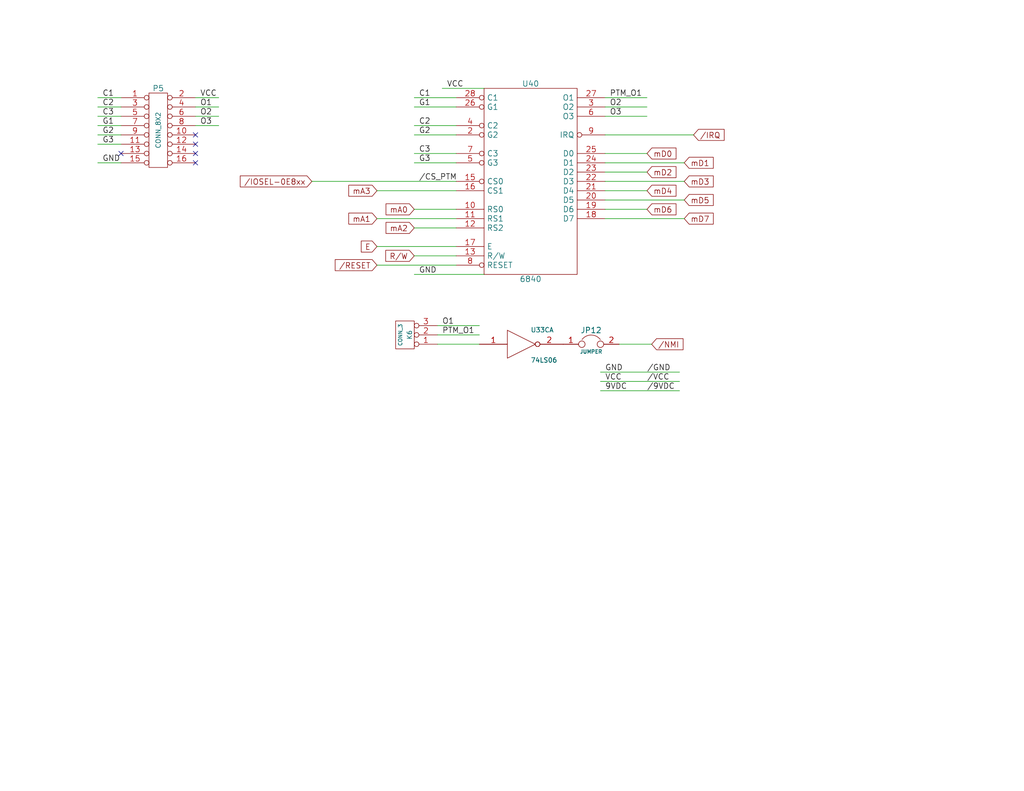
<source format=kicad_sch>
(kicad_sch
	(version 20231120)
	(generator "eeschema")
	(generator_version "8.0")
	(uuid "1f940a07-0919-4863-baa4-bb38668f133f")
	(paper "A")
	(title_block
		(title "6809 and 6502 ATX and 6U")
		(date "19 feb 2014")
		(rev "012")
		(company "N8VEM Users Group")
		(comment 1 "Licensed for hobbyist use only.  All other rights reserved.")
		(comment 2 "Copyright (c) 2013-2014  Andrew Lynch and John Coffman")
	)
	(lib_symbols
		(symbol "6x0x-6U-rescue:6840"
			(pin_names
				(offset 0.762)
			)
			(exclude_from_sim no)
			(in_bom yes)
			(on_board yes)
			(property "Reference" "U"
				(at 0 26.67 0)
				(effects
					(font
						(size 1.524 1.524)
					)
				)
			)
			(property "Value" "6840"
				(at 0 -26.67 0)
				(effects
					(font
						(size 1.524 1.524)
					)
				)
			)
			(property "Footprint" ""
				(at 0 0 0)
				(effects
					(font
						(size 1.27 1.27)
					)
					(hide yes)
				)
			)
			(property "Datasheet" ""
				(at 0 0 0)
				(effects
					(font
						(size 1.27 1.27)
					)
					(hide yes)
				)
			)
			(property "Description" ""
				(at 0 0 0)
				(effects
					(font
						(size 1.27 1.27)
					)
					(hide yes)
				)
			)
			(property "Field5" ""
				(at 0 0 0)
				(effects
					(font
						(size 1.27 1.27)
					)
					(hide yes)
				)
			)
			(symbol "6840_0_1"
				(rectangle
					(start -12.7 -25.4)
					(end 12.7 25.4)
					(stroke
						(width 0)
						(type solid)
					)
					(fill
						(type none)
					)
				)
			)
			(symbol "6840_1_1"
				(pin power_in line
					(at -12.7 -25.4 90)
					(length 0) hide
					(name "VSS"
						(effects
							(font
								(size 1.524 1.524)
							)
						)
					)
					(number "1"
						(effects
							(font
								(size 1.524 1.524)
							)
						)
					)
				)
				(pin input line
					(at -20.32 -7.62 0)
					(length 7.62)
					(name "RS0"
						(effects
							(font
								(size 1.524 1.524)
							)
						)
					)
					(number "10"
						(effects
							(font
								(size 1.524 1.524)
							)
						)
					)
				)
				(pin input line
					(at -20.32 -10.16 0)
					(length 7.62)
					(name "RS1"
						(effects
							(font
								(size 1.524 1.524)
							)
						)
					)
					(number "11"
						(effects
							(font
								(size 1.524 1.524)
							)
						)
					)
				)
				(pin input line
					(at -20.32 -12.7 0)
					(length 7.62)
					(name "RS2"
						(effects
							(font
								(size 1.524 1.524)
							)
						)
					)
					(number "12"
						(effects
							(font
								(size 1.524 1.524)
							)
						)
					)
				)
				(pin input line
					(at -20.32 -20.32 0)
					(length 7.62)
					(name "R/W"
						(effects
							(font
								(size 1.524 1.524)
							)
						)
					)
					(number "13"
						(effects
							(font
								(size 1.524 1.524)
							)
						)
					)
				)
				(pin power_in line
					(at -12.7 25.4 270)
					(length 0) hide
					(name "VCC"
						(effects
							(font
								(size 1.524 1.524)
							)
						)
					)
					(number "14"
						(effects
							(font
								(size 1.524 1.524)
							)
						)
					)
				)
				(pin input inverted
					(at -20.32 0 0)
					(length 7.62)
					(name "CS0"
						(effects
							(font
								(size 1.524 1.524)
							)
						)
					)
					(number "15"
						(effects
							(font
								(size 1.524 1.524)
							)
						)
					)
				)
				(pin input line
					(at -20.32 -2.54 0)
					(length 7.62)
					(name "CS1"
						(effects
							(font
								(size 1.524 1.524)
							)
						)
					)
					(number "16"
						(effects
							(font
								(size 1.524 1.524)
							)
						)
					)
				)
				(pin input line
					(at -20.32 -17.78 0)
					(length 7.62)
					(name "E"
						(effects
							(font
								(size 1.524 1.524)
							)
						)
					)
					(number "17"
						(effects
							(font
								(size 1.524 1.524)
							)
						)
					)
				)
				(pin bidirectional line
					(at 20.32 -10.16 180)
					(length 7.62)
					(name "D7"
						(effects
							(font
								(size 1.524 1.524)
							)
						)
					)
					(number "18"
						(effects
							(font
								(size 1.524 1.524)
							)
						)
					)
				)
				(pin bidirectional line
					(at 20.32 -7.62 180)
					(length 7.62)
					(name "D6"
						(effects
							(font
								(size 1.524 1.524)
							)
						)
					)
					(number "19"
						(effects
							(font
								(size 1.524 1.524)
							)
						)
					)
				)
				(pin input inverted
					(at -20.32 12.7 0)
					(length 7.62)
					(name "G2"
						(effects
							(font
								(size 1.524 1.524)
							)
						)
					)
					(number "2"
						(effects
							(font
								(size 1.524 1.524)
							)
						)
					)
				)
				(pin bidirectional line
					(at 20.32 -5.08 180)
					(length 7.62)
					(name "D5"
						(effects
							(font
								(size 1.524 1.524)
							)
						)
					)
					(number "20"
						(effects
							(font
								(size 1.524 1.524)
							)
						)
					)
				)
				(pin bidirectional line
					(at 20.32 -2.54 180)
					(length 7.62)
					(name "D4"
						(effects
							(font
								(size 1.524 1.524)
							)
						)
					)
					(number "21"
						(effects
							(font
								(size 1.524 1.524)
							)
						)
					)
				)
				(pin bidirectional line
					(at 20.32 0 180)
					(length 7.62)
					(name "D3"
						(effects
							(font
								(size 1.524 1.524)
							)
						)
					)
					(number "22"
						(effects
							(font
								(size 1.524 1.524)
							)
						)
					)
				)
				(pin bidirectional line
					(at 20.32 2.54 180)
					(length 7.62)
					(name "D2"
						(effects
							(font
								(size 1.524 1.524)
							)
						)
					)
					(number "23"
						(effects
							(font
								(size 1.524 1.524)
							)
						)
					)
				)
				(pin bidirectional line
					(at 20.32 5.08 180)
					(length 7.62)
					(name "D1"
						(effects
							(font
								(size 1.524 1.524)
							)
						)
					)
					(number "24"
						(effects
							(font
								(size 1.524 1.524)
							)
						)
					)
				)
				(pin bidirectional line
					(at 20.32 7.62 180)
					(length 7.62)
					(name "D0"
						(effects
							(font
								(size 1.524 1.524)
							)
						)
					)
					(number "25"
						(effects
							(font
								(size 1.524 1.524)
							)
						)
					)
				)
				(pin input inverted
					(at -20.32 20.32 0)
					(length 7.62)
					(name "G1"
						(effects
							(font
								(size 1.524 1.524)
							)
						)
					)
					(number "26"
						(effects
							(font
								(size 1.524 1.524)
							)
						)
					)
				)
				(pin output line
					(at 20.32 22.86 180)
					(length 7.62)
					(name "O1"
						(effects
							(font
								(size 1.524 1.524)
							)
						)
					)
					(number "27"
						(effects
							(font
								(size 1.524 1.524)
							)
						)
					)
				)
				(pin input inverted
					(at -20.32 22.86 0)
					(length 7.62)
					(name "C1"
						(effects
							(font
								(size 1.524 1.524)
							)
						)
					)
					(number "28"
						(effects
							(font
								(size 1.524 1.524)
							)
						)
					)
				)
				(pin output line
					(at 20.32 20.32 180)
					(length 7.62)
					(name "O2"
						(effects
							(font
								(size 1.524 1.524)
							)
						)
					)
					(number "3"
						(effects
							(font
								(size 1.524 1.524)
							)
						)
					)
				)
				(pin input inverted
					(at -20.32 15.24 0)
					(length 7.62)
					(name "C2"
						(effects
							(font
								(size 1.524 1.524)
							)
						)
					)
					(number "4"
						(effects
							(font
								(size 1.524 1.524)
							)
						)
					)
				)
				(pin input inverted
					(at -20.32 5.08 0)
					(length 7.62)
					(name "G3"
						(effects
							(font
								(size 1.524 1.524)
							)
						)
					)
					(number "5"
						(effects
							(font
								(size 1.524 1.524)
							)
						)
					)
				)
				(pin output line
					(at 20.32 17.78 180)
					(length 7.62)
					(name "O3"
						(effects
							(font
								(size 1.524 1.524)
							)
						)
					)
					(number "6"
						(effects
							(font
								(size 1.524 1.524)
							)
						)
					)
				)
				(pin input inverted
					(at -20.32 7.62 0)
					(length 7.62)
					(name "C3"
						(effects
							(font
								(size 1.524 1.524)
							)
						)
					)
					(number "7"
						(effects
							(font
								(size 1.524 1.524)
							)
						)
					)
				)
				(pin input inverted
					(at -20.32 -22.86 0)
					(length 7.62)
					(name "RESET"
						(effects
							(font
								(size 1.524 1.524)
							)
						)
					)
					(number "8"
						(effects
							(font
								(size 1.524 1.524)
							)
						)
					)
				)
				(pin open_collector inverted
					(at 20.32 12.7 180)
					(length 7.62)
					(name "IRQ"
						(effects
							(font
								(size 1.524 1.524)
							)
						)
					)
					(number "9"
						(effects
							(font
								(size 1.524 1.524)
							)
						)
					)
				)
			)
		)
		(symbol "6x0x-6U-rescue:74LS06"
			(pin_names
				(offset 0.762)
			)
			(exclude_from_sim no)
			(in_bom yes)
			(on_board yes)
			(property "Reference" "U"
				(at 4.953 2.921 0)
				(effects
					(font
						(size 1.524 1.524)
					)
				)
			)
			(property "Value" "74LS06"
				(at 4.826 -3.175 0)
				(effects
					(font
						(size 1.524 1.524)
					)
				)
			)
			(property "Footprint" ""
				(at 0 0 0)
				(effects
					(font
						(size 1.27 1.27)
					)
					(hide yes)
				)
			)
			(property "Datasheet" ""
				(at 0 0 0)
				(effects
					(font
						(size 1.27 1.27)
					)
					(hide yes)
				)
			)
			(property "Description" ""
				(at 0 0 0)
				(effects
					(font
						(size 1.27 1.27)
					)
					(hide yes)
				)
			)
			(property "Field5" ""
				(at 0 0 0)
				(effects
					(font
						(size 1.27 1.27)
					)
					(hide yes)
				)
			)
			(symbol "74LS06_0_0"
				(polyline
					(pts
						(xy -3.81 3.81) (xy -3.81 -3.81) (xy 3.81 0) (xy -3.81 3.81)
					)
					(stroke
						(width 0)
						(type solid)
					)
					(fill
						(type none)
					)
				)
				(pin power_in line
					(at -1.27 2.54 90)
					(length 0) hide
					(name "VCC"
						(effects
							(font
								(size 1.016 1.016)
							)
						)
					)
					(number "14"
						(effects
							(font
								(size 1.016 1.016)
							)
						)
					)
				)
				(pin power_in line
					(at -1.27 -2.54 90)
					(length 0) hide
					(name "GND"
						(effects
							(font
								(size 1.016 1.016)
							)
						)
					)
					(number "7"
						(effects
							(font
								(size 1.016 1.016)
							)
						)
					)
				)
			)
			(symbol "74LS06_1_1"
				(pin input line
					(at -11.43 0 0)
					(length 7.62)
					(name "~"
						(effects
							(font
								(size 1.524 1.524)
							)
						)
					)
					(number "1"
						(effects
							(font
								(size 1.524 1.524)
							)
						)
					)
				)
				(pin open_collector inverted
					(at 11.43 0 180)
					(length 7.62)
					(name "~"
						(effects
							(font
								(size 1.524 1.524)
							)
						)
					)
					(number "2"
						(effects
							(font
								(size 1.524 1.524)
							)
						)
					)
				)
			)
			(symbol "74LS06_1_2"
				(pin input inverted
					(at -11.43 0 0)
					(length 7.62)
					(name "~"
						(effects
							(font
								(size 1.524 1.524)
							)
						)
					)
					(number "1"
						(effects
							(font
								(size 1.524 1.524)
							)
						)
					)
				)
				(pin open_collector inverted
					(at 11.43 0 180)
					(length 7.62)
					(name "~"
						(effects
							(font
								(size 1.524 1.524)
							)
						)
					)
					(number "2"
						(effects
							(font
								(size 1.524 1.524)
							)
						)
					)
				)
			)
			(symbol "74LS06_2_1"
				(pin input line
					(at -11.43 0 0)
					(length 7.62)
					(name "~"
						(effects
							(font
								(size 1.524 1.524)
							)
						)
					)
					(number "3"
						(effects
							(font
								(size 1.524 1.524)
							)
						)
					)
				)
				(pin open_collector inverted
					(at 11.43 0 180)
					(length 7.62)
					(name "~"
						(effects
							(font
								(size 1.524 1.524)
							)
						)
					)
					(number "4"
						(effects
							(font
								(size 1.524 1.524)
							)
						)
					)
				)
			)
			(symbol "74LS06_2_2"
				(pin input inverted
					(at -11.43 0 0)
					(length 7.62)
					(name "~"
						(effects
							(font
								(size 1.524 1.524)
							)
						)
					)
					(number "3"
						(effects
							(font
								(size 1.524 1.524)
							)
						)
					)
				)
				(pin open_collector inverted
					(at 11.43 0 180)
					(length 7.62)
					(name "~"
						(effects
							(font
								(size 1.524 1.524)
							)
						)
					)
					(number "4"
						(effects
							(font
								(size 1.524 1.524)
							)
						)
					)
				)
			)
			(symbol "74LS06_3_1"
				(pin input line
					(at -11.43 0 0)
					(length 7.62)
					(name "~"
						(effects
							(font
								(size 1.524 1.524)
							)
						)
					)
					(number "5"
						(effects
							(font
								(size 1.524 1.524)
							)
						)
					)
				)
				(pin open_collector inverted
					(at 11.43 0 180)
					(length 7.62)
					(name "~"
						(effects
							(font
								(size 1.524 1.524)
							)
						)
					)
					(number "6"
						(effects
							(font
								(size 1.524 1.524)
							)
						)
					)
				)
			)
			(symbol "74LS06_3_2"
				(pin input inverted
					(at -11.43 0 0)
					(length 7.62)
					(name "~"
						(effects
							(font
								(size 1.524 1.524)
							)
						)
					)
					(number "5"
						(effects
							(font
								(size 1.524 1.524)
							)
						)
					)
				)
				(pin open_collector inverted
					(at 11.43 0 180)
					(length 7.62)
					(name "~"
						(effects
							(font
								(size 1.524 1.524)
							)
						)
					)
					(number "6"
						(effects
							(font
								(size 1.524 1.524)
							)
						)
					)
				)
			)
			(symbol "74LS06_4_1"
				(pin open_collector inverted
					(at 11.43 0 180)
					(length 7.62)
					(name "~"
						(effects
							(font
								(size 1.524 1.524)
							)
						)
					)
					(number "8"
						(effects
							(font
								(size 1.524 1.524)
							)
						)
					)
				)
				(pin input line
					(at -11.43 0 0)
					(length 7.62)
					(name "~"
						(effects
							(font
								(size 1.524 1.524)
							)
						)
					)
					(number "9"
						(effects
							(font
								(size 1.524 1.524)
							)
						)
					)
				)
			)
			(symbol "74LS06_4_2"
				(pin open_collector inverted
					(at 11.43 0 180)
					(length 7.62)
					(name "~"
						(effects
							(font
								(size 1.524 1.524)
							)
						)
					)
					(number "8"
						(effects
							(font
								(size 1.524 1.524)
							)
						)
					)
				)
				(pin input inverted
					(at -11.43 0 0)
					(length 7.62)
					(name "~"
						(effects
							(font
								(size 1.524 1.524)
							)
						)
					)
					(number "9"
						(effects
							(font
								(size 1.524 1.524)
							)
						)
					)
				)
			)
			(symbol "74LS06_5_1"
				(pin open_collector inverted
					(at 11.43 0 180)
					(length 7.62)
					(name "~"
						(effects
							(font
								(size 1.524 1.524)
							)
						)
					)
					(number "10"
						(effects
							(font
								(size 1.524 1.524)
							)
						)
					)
				)
				(pin input line
					(at -11.43 0 0)
					(length 7.62)
					(name "~"
						(effects
							(font
								(size 1.524 1.524)
							)
						)
					)
					(number "11"
						(effects
							(font
								(size 1.524 1.524)
							)
						)
					)
				)
			)
			(symbol "74LS06_5_2"
				(pin open_collector inverted
					(at 11.43 0 180)
					(length 7.62)
					(name "~"
						(effects
							(font
								(size 1.524 1.524)
							)
						)
					)
					(number "10"
						(effects
							(font
								(size 1.524 1.524)
							)
						)
					)
				)
				(pin input inverted
					(at -11.43 0 0)
					(length 7.62)
					(name "~"
						(effects
							(font
								(size 1.524 1.524)
							)
						)
					)
					(number "11"
						(effects
							(font
								(size 1.524 1.524)
							)
						)
					)
				)
			)
			(symbol "74LS06_6_1"
				(pin open_collector inverted
					(at 11.43 0 180)
					(length 7.62)
					(name "~"
						(effects
							(font
								(size 1.524 1.524)
							)
						)
					)
					(number "12"
						(effects
							(font
								(size 1.524 1.524)
							)
						)
					)
				)
				(pin input line
					(at -11.43 0 0)
					(length 7.62)
					(name "~"
						(effects
							(font
								(size 1.524 1.524)
							)
						)
					)
					(number "13"
						(effects
							(font
								(size 1.524 1.524)
							)
						)
					)
				)
			)
			(symbol "74LS06_6_2"
				(pin open_collector inverted
					(at 11.43 0 180)
					(length 7.62)
					(name "~"
						(effects
							(font
								(size 1.524 1.524)
							)
						)
					)
					(number "12"
						(effects
							(font
								(size 1.524 1.524)
							)
						)
					)
				)
				(pin input inverted
					(at -11.43 0 0)
					(length 7.62)
					(name "~"
						(effects
							(font
								(size 1.524 1.524)
							)
						)
					)
					(number "13"
						(effects
							(font
								(size 1.524 1.524)
							)
						)
					)
				)
			)
		)
		(symbol "6x0x-6U-rescue:CONN_3"
			(pin_names
				(offset 1.016) hide)
			(exclude_from_sim no)
			(in_bom yes)
			(on_board yes)
			(property "Reference" "K"
				(at -1.27 0 90)
				(effects
					(font
						(size 1.27 1.27)
					)
				)
			)
			(property "Value" "CONN_3"
				(at 1.27 0 90)
				(effects
					(font
						(size 1.016 1.016)
					)
				)
			)
			(property "Footprint" ""
				(at 0 0 0)
				(effects
					(font
						(size 1.27 1.27)
					)
					(hide yes)
				)
			)
			(property "Datasheet" ""
				(at 0 0 0)
				(effects
					(font
						(size 1.27 1.27)
					)
					(hide yes)
				)
			)
			(property "Description" ""
				(at 0 0 0)
				(effects
					(font
						(size 1.27 1.27)
					)
					(hide yes)
				)
			)
			(property "Field5" ""
				(at 0 0 0)
				(effects
					(font
						(size 1.27 1.27)
					)
					(hide yes)
				)
			)
			(symbol "CONN_3_0_1"
				(rectangle
					(start -2.54 3.81)
					(end 2.54 -3.81)
					(stroke
						(width 0)
						(type solid)
					)
					(fill
						(type none)
					)
				)
			)
			(symbol "CONN_3_1_1"
				(pin passive inverted
					(at -8.89 2.54 0)
					(length 6.35)
					(name "P1"
						(effects
							(font
								(size 1.524 1.524)
							)
						)
					)
					(number "1"
						(effects
							(font
								(size 1.524 1.524)
							)
						)
					)
				)
				(pin passive inverted
					(at -8.89 0 0)
					(length 6.35)
					(name "PM"
						(effects
							(font
								(size 1.524 1.524)
							)
						)
					)
					(number "2"
						(effects
							(font
								(size 1.524 1.524)
							)
						)
					)
				)
				(pin passive inverted
					(at -8.89 -2.54 0)
					(length 6.35)
					(name "P3"
						(effects
							(font
								(size 1.524 1.524)
							)
						)
					)
					(number "3"
						(effects
							(font
								(size 1.524 1.524)
							)
						)
					)
				)
			)
		)
		(symbol "6x0x-6U-rescue:CONN_8X2"
			(pin_names
				(offset 1.016)
			)
			(exclude_from_sim no)
			(in_bom yes)
			(on_board yes)
			(property "Reference" "P"
				(at 0 11.43 0)
				(effects
					(font
						(size 1.524 1.524)
					)
				)
			)
			(property "Value" "CONN_8X2"
				(at 0 0 90)
				(effects
					(font
						(size 1.27 1.27)
					)
				)
			)
			(property "Footprint" ""
				(at 0 0 0)
				(effects
					(font
						(size 1.27 1.27)
					)
					(hide yes)
				)
			)
			(property "Datasheet" ""
				(at 0 0 0)
				(effects
					(font
						(size 1.27 1.27)
					)
					(hide yes)
				)
			)
			(property "Description" ""
				(at 0 0 0)
				(effects
					(font
						(size 1.27 1.27)
					)
					(hide yes)
				)
			)
			(property "Field5" ""
				(at 0 0 0)
				(effects
					(font
						(size 1.27 1.27)
					)
					(hide yes)
				)
			)
			(symbol "CONN_8X2_0_1"
				(rectangle
					(start -2.54 10.16)
					(end 2.54 -10.16)
					(stroke
						(width 0)
						(type solid)
					)
					(fill
						(type none)
					)
				)
			)
			(symbol "CONN_8X2_1_1"
				(pin passive inverted
					(at -10.16 8.89 0)
					(length 7.62)
					(name "~"
						(effects
							(font
								(size 1.524 1.524)
							)
						)
					)
					(number "1"
						(effects
							(font
								(size 1.524 1.524)
							)
						)
					)
				)
				(pin passive inverted
					(at 10.16 -1.27 180)
					(length 7.62)
					(name "~"
						(effects
							(font
								(size 1.524 1.524)
							)
						)
					)
					(number "10"
						(effects
							(font
								(size 1.524 1.524)
							)
						)
					)
				)
				(pin passive inverted
					(at -10.16 -3.81 0)
					(length 7.62)
					(name "~"
						(effects
							(font
								(size 1.524 1.524)
							)
						)
					)
					(number "11"
						(effects
							(font
								(size 1.524 1.524)
							)
						)
					)
				)
				(pin passive inverted
					(at 10.16 -3.81 180)
					(length 7.62)
					(name "~"
						(effects
							(font
								(size 1.524 1.524)
							)
						)
					)
					(number "12"
						(effects
							(font
								(size 1.524 1.524)
							)
						)
					)
				)
				(pin passive inverted
					(at -10.16 -6.35 0)
					(length 7.62)
					(name "~"
						(effects
							(font
								(size 1.524 1.524)
							)
						)
					)
					(number "13"
						(effects
							(font
								(size 1.524 1.524)
							)
						)
					)
				)
				(pin passive inverted
					(at 10.16 -6.35 180)
					(length 7.62)
					(name "~"
						(effects
							(font
								(size 1.524 1.524)
							)
						)
					)
					(number "14"
						(effects
							(font
								(size 1.524 1.524)
							)
						)
					)
				)
				(pin passive inverted
					(at -10.16 -8.89 0)
					(length 7.62)
					(name "~"
						(effects
							(font
								(size 1.524 1.524)
							)
						)
					)
					(number "15"
						(effects
							(font
								(size 1.524 1.524)
							)
						)
					)
				)
				(pin passive inverted
					(at 10.16 -8.89 180)
					(length 7.62)
					(name "~"
						(effects
							(font
								(size 1.524 1.524)
							)
						)
					)
					(number "16"
						(effects
							(font
								(size 1.524 1.524)
							)
						)
					)
				)
				(pin passive inverted
					(at 10.16 8.89 180)
					(length 7.62)
					(name "~"
						(effects
							(font
								(size 1.524 1.524)
							)
						)
					)
					(number "2"
						(effects
							(font
								(size 1.524 1.524)
							)
						)
					)
				)
				(pin passive inverted
					(at -10.16 6.35 0)
					(length 7.62)
					(name "~"
						(effects
							(font
								(size 1.524 1.524)
							)
						)
					)
					(number "3"
						(effects
							(font
								(size 1.524 1.524)
							)
						)
					)
				)
				(pin passive inverted
					(at 10.16 6.35 180)
					(length 7.62)
					(name "~"
						(effects
							(font
								(size 1.524 1.524)
							)
						)
					)
					(number "4"
						(effects
							(font
								(size 1.524 1.524)
							)
						)
					)
				)
				(pin passive inverted
					(at -10.16 3.81 0)
					(length 7.62)
					(name "~"
						(effects
							(font
								(size 1.524 1.524)
							)
						)
					)
					(number "5"
						(effects
							(font
								(size 1.524 1.524)
							)
						)
					)
				)
				(pin passive inverted
					(at 10.16 3.81 180)
					(length 7.62)
					(name "~"
						(effects
							(font
								(size 1.524 1.524)
							)
						)
					)
					(number "6"
						(effects
							(font
								(size 1.524 1.524)
							)
						)
					)
				)
				(pin passive inverted
					(at -10.16 1.27 0)
					(length 7.62)
					(name "~"
						(effects
							(font
								(size 1.524 1.524)
							)
						)
					)
					(number "7"
						(effects
							(font
								(size 1.524 1.524)
							)
						)
					)
				)
				(pin passive inverted
					(at 10.16 1.27 180)
					(length 7.62)
					(name "~"
						(effects
							(font
								(size 1.524 1.524)
							)
						)
					)
					(number "8"
						(effects
							(font
								(size 1.524 1.524)
							)
						)
					)
				)
				(pin passive inverted
					(at -10.16 -1.27 0)
					(length 7.62)
					(name "~"
						(effects
							(font
								(size 1.524 1.524)
							)
						)
					)
					(number "9"
						(effects
							(font
								(size 1.524 1.524)
							)
						)
					)
				)
			)
		)
		(symbol "6x0x-6U-rescue:JUMPER"
			(pin_names
				(offset 0.762) hide)
			(exclude_from_sim no)
			(in_bom yes)
			(on_board yes)
			(property "Reference" "JP"
				(at 0 3.81 0)
				(effects
					(font
						(size 1.524 1.524)
					)
				)
			)
			(property "Value" "JUMPER"
				(at 0 -2.032 0)
				(effects
					(font
						(size 1.016 1.016)
					)
				)
			)
			(property "Footprint" ""
				(at 0 0 0)
				(effects
					(font
						(size 1.27 1.27)
					)
					(hide yes)
				)
			)
			(property "Datasheet" ""
				(at 0 0 0)
				(effects
					(font
						(size 1.27 1.27)
					)
					(hide yes)
				)
			)
			(property "Description" ""
				(at 0 0 0)
				(effects
					(font
						(size 1.27 1.27)
					)
					(hide yes)
				)
			)
			(property "Field5" ""
				(at 0 0 0)
				(effects
					(font
						(size 1.27 1.27)
					)
					(hide yes)
				)
			)
			(symbol "JUMPER_0_1"
				(circle
					(center -2.54 0)
					(radius 0.889)
					(stroke
						(width 0)
						(type solid)
					)
					(fill
						(type none)
					)
				)
				(arc
					(start 2.5146 1.27)
					(mid 0.0078 2.5097)
					(end -2.4892 1.27)
					(stroke
						(width 0)
						(type solid)
					)
					(fill
						(type none)
					)
				)
				(circle
					(center 2.54 0)
					(radius 0.889)
					(stroke
						(width 0)
						(type solid)
					)
					(fill
						(type none)
					)
				)
				(pin passive line
					(at -7.62 0 0)
					(length 4.191)
					(name "1"
						(effects
							(font
								(size 1.524 1.524)
							)
						)
					)
					(number "1"
						(effects
							(font
								(size 1.524 1.524)
							)
						)
					)
				)
				(pin passive line
					(at 7.62 0 180)
					(length 4.191)
					(name "2"
						(effects
							(font
								(size 1.524 1.524)
							)
						)
					)
					(number "2"
						(effects
							(font
								(size 1.524 1.524)
							)
						)
					)
				)
			)
		)
	)
	(no_connect
		(at 53.34 36.83)
		(uuid "420dc91b-be90-41ab-97c2-05485d5075bc")
	)
	(no_connect
		(at 53.34 44.45)
		(uuid "71de6314-30c3-4603-8b98-86dd735441d2")
	)
	(no_connect
		(at 53.34 39.37)
		(uuid "a3503872-02ca-42fe-9e06-9f9a5c822a15")
	)
	(no_connect
		(at 53.34 41.91)
		(uuid "c56f0bae-cb37-443c-aa61-5f95bb778ea1")
	)
	(no_connect
		(at 33.02 41.91)
		(uuid "f7f02820-310d-46ed-a33f-6a54d3ceb936")
	)
	(wire
		(pts
			(xy 163.83 106.68) (xy 185.42 106.68)
		)
		(stroke
			(width 0)
			(type default)
		)
		(uuid "07a99b95-03d2-419a-b6ae-d66f5682f2f2")
	)
	(wire
		(pts
			(xy 124.46 41.91) (xy 113.03 41.91)
		)
		(stroke
			(width 0)
			(type default)
		)
		(uuid "0c4d9eed-2315-458e-892c-4ad141cb99fa")
	)
	(wire
		(pts
			(xy 165.1 57.15) (xy 176.53 57.15)
		)
		(stroke
			(width 0)
			(type default)
		)
		(uuid "0ee7300d-a57d-4e02-82b2-0ecd8df3f296")
	)
	(wire
		(pts
			(xy 176.53 29.21) (xy 165.1 29.21)
		)
		(stroke
			(width 0)
			(type default)
		)
		(uuid "110b0b4b-78e8-4da5-9f0e-3cfdadc381f8")
	)
	(wire
		(pts
			(xy 59.69 31.75) (xy 53.34 31.75)
		)
		(stroke
			(width 0)
			(type default)
		)
		(uuid "176ea0f2-e029-4e9c-8d3c-3f565e0b37d9")
	)
	(wire
		(pts
			(xy 33.02 29.21) (xy 26.67 29.21)
		)
		(stroke
			(width 0)
			(type default)
		)
		(uuid "230859de-ef69-42d3-8a1f-3605c490e6fb")
	)
	(wire
		(pts
			(xy 168.91 93.98) (xy 177.8 93.98)
		)
		(stroke
			(width 0)
			(type default)
		)
		(uuid "238e1d78-cc18-4f7b-a598-7b4b5ca34029")
	)
	(wire
		(pts
			(xy 26.67 44.45) (xy 33.02 44.45)
		)
		(stroke
			(width 0)
			(type default)
		)
		(uuid "2c290e89-7ce4-45d8-a73e-162f9ceabf3b")
	)
	(wire
		(pts
			(xy 124.46 36.83) (xy 113.03 36.83)
		)
		(stroke
			(width 0)
			(type default)
		)
		(uuid "37534129-0b74-4d81-86fb-40eaf582234a")
	)
	(wire
		(pts
			(xy 124.46 34.29) (xy 113.03 34.29)
		)
		(stroke
			(width 0)
			(type default)
		)
		(uuid "3d1732a2-2ef9-45b3-9f12-3695137c03b0")
	)
	(wire
		(pts
			(xy 53.34 29.21) (xy 59.69 29.21)
		)
		(stroke
			(width 0)
			(type default)
		)
		(uuid "4824d43d-28dc-4c7f-95d1-0c70ba1bdceb")
	)
	(wire
		(pts
			(xy 53.34 26.67) (xy 59.69 26.67)
		)
		(stroke
			(width 0)
			(type default)
		)
		(uuid "6074a8aa-ce0a-46b9-b0a1-114ae66d4584")
	)
	(wire
		(pts
			(xy 33.02 31.75) (xy 26.67 31.75)
		)
		(stroke
			(width 0)
			(type default)
		)
		(uuid "693e4050-1f61-4405-a759-bf782f069238")
	)
	(wire
		(pts
			(xy 163.83 104.14) (xy 185.42 104.14)
		)
		(stroke
			(width 0)
			(type default)
		)
		(uuid "6fef3453-c5d3-41b1-a52d-8d15c0db6e43")
	)
	(wire
		(pts
			(xy 124.46 29.21) (xy 113.03 29.21)
		)
		(stroke
			(width 0)
			(type default)
		)
		(uuid "7324ec34-ceaf-4df8-8494-d5309bae76b3")
	)
	(wire
		(pts
			(xy 33.02 39.37) (xy 26.67 39.37)
		)
		(stroke
			(width 0)
			(type default)
		)
		(uuid "7962bc26-b9ba-4678-8dbf-94cf1021d196")
	)
	(wire
		(pts
			(xy 165.1 44.45) (xy 186.69 44.45)
		)
		(stroke
			(width 0)
			(type default)
		)
		(uuid "7b484d2d-4cf0-4cf0-a51c-d065c9ee2e98")
	)
	(wire
		(pts
			(xy 165.1 52.07) (xy 176.53 52.07)
		)
		(stroke
			(width 0)
			(type default)
		)
		(uuid "85e32095-46ca-4f98-b9ba-541205e5a02e")
	)
	(wire
		(pts
			(xy 113.03 62.23) (xy 124.46 62.23)
		)
		(stroke
			(width 0)
			(type default)
		)
		(uuid "87540ce9-deb4-4971-973f-2382642c3a22")
	)
	(wire
		(pts
			(xy 176.53 31.75) (xy 165.1 31.75)
		)
		(stroke
			(width 0)
			(type default)
		)
		(uuid "8b718df0-ee77-4114-a91d-760d8a2ebaa7")
	)
	(wire
		(pts
			(xy 124.46 49.53) (xy 85.09 49.53)
		)
		(stroke
			(width 0)
			(type default)
		)
		(uuid "8f6ae7fc-c07e-41a0-9d32-8f1142e8d84b")
	)
	(wire
		(pts
			(xy 102.87 72.39) (xy 124.46 72.39)
		)
		(stroke
			(width 0)
			(type default)
		)
		(uuid "96e8aede-4007-4060-9d1b-288d211a0afb")
	)
	(wire
		(pts
			(xy 165.1 26.67) (xy 176.53 26.67)
		)
		(stroke
			(width 0)
			(type default)
		)
		(uuid "9aac0756-d9fd-4fd5-a9b8-5f89a65e63e7")
	)
	(wire
		(pts
			(xy 165.1 54.61) (xy 186.69 54.61)
		)
		(stroke
			(width 0)
			(type default)
		)
		(uuid "9c7a2a1c-46b0-4c78-b770-55c56d72c12a")
	)
	(wire
		(pts
			(xy 124.46 26.67) (xy 113.03 26.67)
		)
		(stroke
			(width 0)
			(type default)
		)
		(uuid "9d259874-07b0-4dab-a5dd-678923dc9c58")
	)
	(wire
		(pts
			(xy 59.69 34.29) (xy 53.34 34.29)
		)
		(stroke
			(width 0)
			(type default)
		)
		(uuid "a79bb28a-3170-4912-b7fc-324a880753b2")
	)
	(wire
		(pts
			(xy 119.38 91.44) (xy 130.81 91.44)
		)
		(stroke
			(width 0)
			(type default)
		)
		(uuid "a81d8535-5e4b-4224-8820-713b8335db2f")
	)
	(wire
		(pts
			(xy 130.81 93.98) (xy 119.38 93.98)
		)
		(stroke
			(width 0)
			(type default)
		)
		(uuid "b1182e99-2942-4203-b414-2e6a2bc391a2")
	)
	(wire
		(pts
			(xy 102.87 67.31) (xy 124.46 67.31)
		)
		(stroke
			(width 0)
			(type default)
		)
		(uuid "b1b0e5e1-49df-4211-a10e-d5c236825113")
	)
	(wire
		(pts
			(xy 165.1 49.53) (xy 186.69 49.53)
		)
		(stroke
			(width 0)
			(type default)
		)
		(uuid "b3b9f602-589c-4c2e-8e52-3bc494562c6b")
	)
	(wire
		(pts
			(xy 33.02 34.29) (xy 26.67 34.29)
		)
		(stroke
			(width 0)
			(type default)
		)
		(uuid "b592b959-6533-4150-bc33-7e4907e1f3d4")
	)
	(wire
		(pts
			(xy 165.1 41.91) (xy 176.53 41.91)
		)
		(stroke
			(width 0)
			(type default)
		)
		(uuid "c5fcf658-32b1-4b78-8b04-e57ce5030aad")
	)
	(wire
		(pts
			(xy 102.87 52.07) (xy 124.46 52.07)
		)
		(stroke
			(width 0)
			(type default)
		)
		(uuid "c7a27b0b-2944-4b3b-922d-25ddf4c55d2e")
	)
	(wire
		(pts
			(xy 120.65 24.13) (xy 132.08 24.13)
		)
		(stroke
			(width 0)
			(type default)
		)
		(uuid "c8d1b7f8-4725-45cf-935c-a1bd56c7ae58")
	)
	(wire
		(pts
			(xy 102.87 59.69) (xy 124.46 59.69)
		)
		(stroke
			(width 0)
			(type default)
		)
		(uuid "cd08e7ce-0956-468a-8679-5c68385887fb")
	)
	(wire
		(pts
			(xy 124.46 44.45) (xy 113.03 44.45)
		)
		(stroke
			(width 0)
			(type default)
		)
		(uuid "cf884136-e637-492c-98bf-bce10eae27cb")
	)
	(wire
		(pts
			(xy 165.1 59.69) (xy 186.69 59.69)
		)
		(stroke
			(width 0)
			(type default)
		)
		(uuid "db74f129-a793-434b-a657-650fef7358ef")
	)
	(wire
		(pts
			(xy 33.02 26.67) (xy 26.67 26.67)
		)
		(stroke
			(width 0)
			(type default)
		)
		(uuid "dcb3c0a2-2441-442b-b330-d37682d2a7cf")
	)
	(wire
		(pts
			(xy 163.83 101.6) (xy 185.42 101.6)
		)
		(stroke
			(width 0)
			(type default)
		)
		(uuid "e0764ccf-bd89-4d16-b4c4-85c8572bda87")
	)
	(wire
		(pts
			(xy 33.02 36.83) (xy 26.67 36.83)
		)
		(stroke
			(width 0)
			(type default)
		)
		(uuid "e2e570f4-b5cc-4642-a7a4-5fc2156ad8c3")
	)
	(wire
		(pts
			(xy 113.03 69.85) (xy 124.46 69.85)
		)
		(stroke
			(width 0)
			(type default)
		)
		(uuid "e8e4a3af-a295-48f6-8046-58355d7d5b11")
	)
	(wire
		(pts
			(xy 119.38 88.9) (xy 130.81 88.9)
		)
		(stroke
			(width 0)
			(type default)
		)
		(uuid "e93193a3-4618-4cea-8153-5767eeeebfe9")
	)
	(wire
		(pts
			(xy 189.23 36.83) (xy 165.1 36.83)
		)
		(stroke
			(width 0)
			(type default)
		)
		(uuid "e9ec6f34-a9f3-409a-a75f-f06741f327e7")
	)
	(wire
		(pts
			(xy 113.03 57.15) (xy 124.46 57.15)
		)
		(stroke
			(width 0)
			(type default)
		)
		(uuid "eb134a0a-eff9-4dcb-81ac-2ec8dd8bfd3a")
	)
	(wire
		(pts
			(xy 165.1 46.99) (xy 176.53 46.99)
		)
		(stroke
			(width 0)
			(type default)
		)
		(uuid "f2bb7cd6-4a51-440f-a33a-27f655cf32d9")
	)
	(wire
		(pts
			(xy 132.08 74.93) (xy 113.03 74.93)
		)
		(stroke
			(width 0)
			(type default)
		)
		(uuid "fd5813fb-ca39-4da3-8292-607870dafe5e")
	)
	(label "/VCC"
		(at 176.53 104.14 0)
		(fields_autoplaced yes)
		(effects
			(font
				(size 1.524 1.524)
			)
			(justify left bottom)
		)
		(uuid "08901c07-580e-408a-8acb-2e8a8c542508")
	)
	(label "O3"
		(at 54.61 34.29 0)
		(fields_autoplaced yes)
		(effects
			(font
				(size 1.524 1.524)
			)
			(justify left bottom)
		)
		(uuid "0cd3951c-c31f-43b1-b504-23c083af9df1")
	)
	(label "GND"
		(at 114.3 74.93 0)
		(fields_autoplaced yes)
		(effects
			(font
				(size 1.524 1.524)
			)
			(justify left bottom)
		)
		(uuid "0ddc5aef-749c-4208-b97a-edb353350a3e")
	)
	(label "C3"
		(at 114.3 41.91 0)
		(fields_autoplaced yes)
		(effects
			(font
				(size 1.524 1.524)
			)
			(justify left bottom)
		)
		(uuid "13533615-5c57-4335-a6eb-014058ce5af8")
	)
	(label "G1"
		(at 27.94 34.29 0)
		(fields_autoplaced yes)
		(effects
			(font
				(size 1.524 1.524)
			)
			(justify left bottom)
		)
		(uuid "1b4f6862-4913-495b-9cb0-54e565e6d4dc")
	)
	(label "G1"
		(at 114.3 29.21 0)
		(fields_autoplaced yes)
		(effects
			(font
				(size 1.524 1.524)
			)
			(justify left bottom)
		)
		(uuid "1cf0961b-ba4b-4c7d-967c-f6be45f915f4")
	)
	(label "GND"
		(at 165.1 101.6 0)
		(fields_autoplaced yes)
		(effects
			(font
				(size 1.524 1.524)
			)
			(justify left bottom)
		)
		(uuid "1f6a04d5-ce56-4c60-aa6b-6ec2512fd127")
	)
	(label "G3"
		(at 114.3 44.45 0)
		(fields_autoplaced yes)
		(effects
			(font
				(size 1.524 1.524)
			)
			(justify left bottom)
		)
		(uuid "22f87809-7d2a-4cd0-91bf-ab9a9820ed3e")
	)
	(label "VCC"
		(at 121.92 24.13 0)
		(fields_autoplaced yes)
		(effects
			(font
				(size 1.524 1.524)
			)
			(justify left bottom)
		)
		(uuid "3139c345-c092-4e66-b935-04fcbe602752")
	)
	(label "G2"
		(at 114.3 36.83 0)
		(fields_autoplaced yes)
		(effects
			(font
				(size 1.524 1.524)
			)
			(justify left bottom)
		)
		(uuid "3a95b830-2078-4222-86b7-b904540b67bc")
	)
	(label "O1"
		(at 120.65 88.9 0)
		(fields_autoplaced yes)
		(effects
			(font
				(size 1.524 1.524)
			)
			(justify left bottom)
		)
		(uuid "3b4db926-a8d7-4c02-8fa9-dc087cf94f20")
	)
	(label "PTM_O1"
		(at 120.65 91.44 0)
		(fields_autoplaced yes)
		(effects
			(font
				(size 1.524 1.524)
			)
			(justify left bottom)
		)
		(uuid "48e66b9f-72d5-466a-b21e-e423e3462f26")
	)
	(label "G3"
		(at 27.94 39.37 0)
		(fields_autoplaced yes)
		(effects
			(font
				(size 1.524 1.524)
			)
			(justify left bottom)
		)
		(uuid "4b8418eb-1fec-4812-bd31-71983aeb622f")
	)
	(label "C1"
		(at 114.3 26.67 0)
		(fields_autoplaced yes)
		(effects
			(font
				(size 1.524 1.524)
			)
			(justify left bottom)
		)
		(uuid "512825dd-f669-479d-88c5-873700f75a2e")
	)
	(label "/GND"
		(at 176.53 101.6 0)
		(fields_autoplaced yes)
		(effects
			(font
				(size 1.524 1.524)
			)
			(justify left bottom)
		)
		(uuid "628e154f-c202-4cc4-bab6-ed2a66ae52f8")
	)
	(label "VCC"
		(at 165.1 104.14 0)
		(fields_autoplaced yes)
		(effects
			(font
				(size 1.524 1.524)
			)
			(justify left bottom)
		)
		(uuid "69ba6916-2ba5-47c8-83fe-d82958d43ed4")
	)
	(label "C1"
		(at 27.94 26.67 0)
		(fields_autoplaced yes)
		(effects
			(font
				(size 1.524 1.524)
			)
			(justify left bottom)
		)
		(uuid "7204a684-6021-47cb-b7d8-4f79b70b44d2")
	)
	(label "O2"
		(at 54.61 31.75 0)
		(fields_autoplaced yes)
		(effects
			(font
				(size 1.524 1.524)
			)
			(justify left bottom)
		)
		(uuid "74efec2c-1a41-4729-9a2f-bd453cb6066b")
	)
	(label "C2"
		(at 27.94 29.21 0)
		(fields_autoplaced yes)
		(effects
			(font
				(size 1.524 1.524)
			)
			(justify left bottom)
		)
		(uuid "7b82d9c9-a595-4077-bbab-f61dccbb6fe9")
	)
	(label "GND"
		(at 27.94 44.45 0)
		(fields_autoplaced yes)
		(effects
			(font
				(size 1.524 1.524)
			)
			(justify left bottom)
		)
		(uuid "8397b113-5c87-4e89-97bd-47bdc8966f0b")
	)
	(label "C3"
		(at 27.94 31.75 0)
		(fields_autoplaced yes)
		(effects
			(font
				(size 1.524 1.524)
			)
			(justify left bottom)
		)
		(uuid "84bc584b-94d8-4a66-93f3-0ca19d5e035c")
	)
	(label "/9VDC"
		(at 176.53 106.68 0)
		(fields_autoplaced yes)
		(effects
			(font
				(size 1.524 1.524)
			)
			(justify left bottom)
		)
		(uuid "853b4eeb-91e0-40db-aa0d-9e29131a7691")
	)
	(label "PTM_O1"
		(at 166.37 26.67 0)
		(fields_autoplaced yes)
		(effects
			(font
				(size 1.524 1.524)
			)
			(justify left bottom)
		)
		(uuid "858005d6-21d9-458f-a993-0de5bccb1ae7")
	)
	(label "O2"
		(at 166.37 29.21 0)
		(fields_autoplaced yes)
		(effects
			(font
				(size 1.524 1.524)
			)
			(justify left bottom)
		)
		(uuid "87e7e7e7-ffdf-4666-8fdd-ade25d51132d")
	)
	(label "O1"
		(at 54.61 29.21 0)
		(fields_autoplaced yes)
		(effects
			(font
				(size 1.524 1.524)
			)
			(justify left bottom)
		)
		(uuid "9808e810-2531-43b6-8b9c-67e945e85863")
	)
	(label "G2"
		(at 27.94 36.83 0)
		(fields_autoplaced yes)
		(effects
			(font
				(size 1.524 1.524)
			)
			(justify left bottom)
		)
		(uuid "b671860e-4b8a-4fbf-ad39-292185cd04dd")
	)
	(label "VCC"
		(at 54.61 26.67 0)
		(fields_autoplaced yes)
		(effects
			(font
				(size 1.524 1.524)
			)
			(justify left bottom)
		)
		(uuid "bfae416c-1841-4b24-82dc-15e65f675246")
	)
	(label "O3"
		(at 166.37 31.75 0)
		(fields_autoplaced yes)
		(effects
			(font
				(size 1.524 1.524)
			)
			(justify left bottom)
		)
		(uuid "c77b0d84-502d-409e-9957-583aaf1f4f44")
	)
	(label "/CS_PTM"
		(at 114.3 49.53 0)
		(fields_autoplaced yes)
		(effects
			(font
				(size 1.524 1.524)
			)
			(justify left bottom)
		)
		(uuid "d301925e-d402-4256-9d8f-d80f36d72cac")
	)
	(label "9VDC"
		(at 165.1 106.68 0)
		(fields_autoplaced yes)
		(effects
			(font
				(size 1.524 1.524)
			)
			(justify left bottom)
		)
		(uuid "dc9c5441-bbb6-4cc0-87b5-a0e56a671db2")
	)
	(label "C2"
		(at 114.3 34.29 0)
		(fields_autoplaced yes)
		(effects
			(font
				(size 1.524 1.524)
			)
			(justify left bottom)
		)
		(uuid "f33a68c2-a17e-4b29-89d6-67f31236d689")
	)
	(global_label "/IRQ"
		(shape input)
		(at 189.23 36.83 0)
		(effects
			(font
				(size 1.524 1.524)
			)
			(justify left)
		)
		(uuid "0022768f-6a79-4a88-a6f4-6251c81e0721")
		(property "Intersheetrefs" "${INTERSHEET_REFS}"
			(at 189.23 36.83 0)
			(effects
				(font
					(size 1.27 1.27)
				)
				(hide yes)
			)
		)
	)
	(global_label "E"
		(shape input)
		(at 102.87 67.31 180)
		(effects
			(font
				(size 1.524 1.524)
			)
			(justify right)
		)
		(uuid "4db31bc3-34b3-49db-abd1-5288c5b35679")
		(property "Intersheetrefs" "${INTERSHEET_REFS}"
			(at 102.87 67.31 0)
			(effects
				(font
					(size 1.27 1.27)
				)
				(hide yes)
			)
		)
	)
	(global_label "mD4"
		(shape input)
		(at 176.53 52.07 0)
		(effects
			(font
				(size 1.524 1.524)
			)
			(justify left)
		)
		(uuid "6eecc98b-758e-4643-bdab-c1556befa063")
		(property "Intersheetrefs" "${INTERSHEET_REFS}"
			(at 176.53 52.07 0)
			(effects
				(font
					(size 1.27 1.27)
				)
				(hide yes)
			)
		)
	)
	(global_label "mD2"
		(shape input)
		(at 176.53 46.99 0)
		(effects
			(font
				(size 1.524 1.524)
			)
			(justify left)
		)
		(uuid "74b752fd-40fb-4f59-8d04-1453b4077f58")
		(property "Intersheetrefs" "${INTERSHEET_REFS}"
			(at 176.53 46.99 0)
			(effects
				(font
					(size 1.27 1.27)
				)
				(hide yes)
			)
		)
	)
	(global_label "mA2"
		(shape input)
		(at 113.03 62.23 180)
		(effects
			(font
				(size 1.524 1.524)
			)
			(justify right)
		)
		(uuid "7da36900-20bf-40a1-a719-2ffe53664ca6")
		(property "Intersheetrefs" "${INTERSHEET_REFS}"
			(at 113.03 62.23 0)
			(effects
				(font
					(size 1.27 1.27)
				)
				(hide yes)
			)
		)
	)
	(global_label "mD6"
		(shape input)
		(at 176.53 57.15 0)
		(effects
			(font
				(size 1.524 1.524)
			)
			(justify left)
		)
		(uuid "8e4f4d72-38c8-43a2-90fb-1757417fb16d")
		(property "Intersheetrefs" "${INTERSHEET_REFS}"
			(at 176.53 57.15 0)
			(effects
				(font
					(size 1.27 1.27)
				)
				(hide yes)
			)
		)
	)
	(global_label "mD1"
		(shape input)
		(at 186.69 44.45 0)
		(effects
			(font
				(size 1.524 1.524)
			)
			(justify left)
		)
		(uuid "8ed175e2-0fd7-4a46-818c-0bbb4fb28fc7")
		(property "Intersheetrefs" "${INTERSHEET_REFS}"
			(at 186.69 44.45 0)
			(effects
				(font
					(size 1.27 1.27)
				)
				(hide yes)
			)
		)
	)
	(global_label "/NMI"
		(shape input)
		(at 177.8 93.98 0)
		(effects
			(font
				(size 1.524 1.524)
			)
			(justify left)
		)
		(uuid "95be1488-bd17-483d-a411-9f195fa711b2")
		(property "Intersheetrefs" "${INTERSHEET_REFS}"
			(at 177.8 93.98 0)
			(effects
				(font
					(size 1.27 1.27)
				)
				(hide yes)
			)
		)
	)
	(global_label "/IOSEL-0E8xx"
		(shape input)
		(at 85.09 49.53 180)
		(effects
			(font
				(size 1.524 1.524)
			)
			(justify right)
		)
		(uuid "9940e95e-764f-4a4e-8059-b9c880148c11")
		(property "Intersheetrefs" "${INTERSHEET_REFS}"
			(at 85.09 49.53 0)
			(effects
				(font
					(size 1.27 1.27)
				)
				(hide yes)
			)
		)
	)
	(global_label "mD5"
		(shape input)
		(at 186.69 54.61 0)
		(effects
			(font
				(size 1.524 1.524)
			)
			(justify left)
		)
		(uuid "9adbec29-b081-4a59-bdb2-ca47f0150df7")
		(property "Intersheetrefs" "${INTERSHEET_REFS}"
			(at 186.69 54.61 0)
			(effects
				(font
					(size 1.27 1.27)
				)
				(hide yes)
			)
		)
	)
	(global_label "mD7"
		(shape input)
		(at 186.69 59.69 0)
		(effects
			(font
				(size 1.524 1.524)
			)
			(justify left)
		)
		(uuid "9b82266c-a34e-40c9-ad9c-7e3a86ec7c20")
		(property "Intersheetrefs" "${INTERSHEET_REFS}"
			(at 186.69 59.69 0)
			(effects
				(font
					(size 1.27 1.27)
				)
				(hide yes)
			)
		)
	)
	(global_label "mA0"
		(shape input)
		(at 113.03 57.15 180)
		(effects
			(font
				(size 1.524 1.524)
			)
			(justify right)
		)
		(uuid "9db6f3d8-6ea4-44e6-9aae-48a98a58e6a5")
		(property "Intersheetrefs" "${INTERSHEET_REFS}"
			(at 113.03 57.15 0)
			(effects
				(font
					(size 1.27 1.27)
				)
				(hide yes)
			)
		)
	)
	(global_label "mD0"
		(shape input)
		(at 176.53 41.91 0)
		(effects
			(font
				(size 1.524 1.524)
			)
			(justify left)
		)
		(uuid "bd2d2436-24ed-4cdd-b91b-a65350881c68")
		(property "Intersheetrefs" "${INTERSHEET_REFS}"
			(at 176.53 41.91 0)
			(effects
				(font
					(size 1.27 1.27)
				)
				(hide yes)
			)
		)
	)
	(global_label "mD3"
		(shape input)
		(at 186.69 49.53 0)
		(effects
			(font
				(size 1.524 1.524)
			)
			(justify left)
		)
		(uuid "c91309b2-b1f8-45ea-a6e7-22428339f506")
		(property "Intersheetrefs" "${INTERSHEET_REFS}"
			(at 186.69 49.53 0)
			(effects
				(font
					(size 1.27 1.27)
				)
				(hide yes)
			)
		)
	)
	(global_label "R/W"
		(shape input)
		(at 113.03 69.85 180)
		(effects
			(font
				(size 1.524 1.524)
			)
			(justify right)
		)
		(uuid "d1715b7c-d015-49a9-9b28-41747a74ddee")
		(property "Intersheetrefs" "${INTERSHEET_REFS}"
			(at 113.03 69.85 0)
			(effects
				(font
					(size 1.27 1.27)
				)
				(hide yes)
			)
		)
	)
	(global_label "mA3"
		(shape input)
		(at 102.87 52.07 180)
		(effects
			(font
				(size 1.524 1.524)
			)
			(justify right)
		)
		(uuid "e4f1e62d-5446-401d-8f97-af73c16faa7a")
		(property "Intersheetrefs" "${INTERSHEET_REFS}"
			(at 102.87 52.07 0)
			(effects
				(font
					(size 1.27 1.27)
				)
				(hide yes)
			)
		)
	)
	(global_label "/RESET"
		(shape input)
		(at 102.87 72.39 180)
		(effects
			(font
				(size 1.524 1.524)
			)
			(justify right)
		)
		(uuid "e8542264-4f23-4a81-9ef4-4c7f3a6620cf")
		(property "Intersheetrefs" "${INTERSHEET_REFS}"
			(at 102.87 72.39 0)
			(effects
				(font
					(size 1.27 1.27)
				)
				(hide yes)
			)
		)
	)
	(global_label "mA1"
		(shape input)
		(at 102.87 59.69 180)
		(effects
			(font
				(size 1.524 1.524)
			)
			(justify right)
		)
		(uuid "f08df765-e13b-4e0b-af7c-9fe23c78b21b")
		(property "Intersheetrefs" "${INTERSHEET_REFS}"
			(at 102.87 59.69 0)
			(effects
				(font
					(size 1.27 1.27)
				)
				(hide yes)
			)
		)
	)
	(symbol
		(lib_id "6x0x-6U-rescue:74LS06")
		(at 142.24 93.98 0)
		(unit 1)
		(exclude_from_sim no)
		(in_bom yes)
		(on_board yes)
		(dnp no)
		(uuid "00000000-0000-0000-0000-0000526d6d0a")
		(property "Reference" "U33C"
			(at 144.78 90.805 0)
			(effects
				(font
					(size 1.27 1.27)
				)
				(justify left bottom)
			)
		)
		(property "Value" "74LS06"
			(at 144.78 99.06 0)
			(effects
				(font
					(size 1.27 1.27)
				)
				(justify left bottom)
			)
		)
		(property "Footprint" "DIP-14__300"
			(at 142.24 90.17 0)
			(effects
				(font
					(size 1.27 1.27)
				)
				(hide yes)
			)
		)
		(property "Datasheet" ""
			(at 142.24 93.98 0)
			(effects
				(font
					(size 1.27 1.27)
				)
				(hide yes)
			)
		)
		(property "Description" ""
			(at 142.24 93.98 0)
			(effects
				(font
					(size 1.27 1.27)
				)
				(hide yes)
			)
		)
		(pin "14"
			(uuid "f72b7d88-40de-4834-a29c-97d33816ee0b")
		)
		(pin "3"
			(uuid "cd1d221b-1fef-40c9-acb8-c7545bcb039c")
		)
		(pin "10"
			(uuid "100b82a7-2277-4094-b5c8-dedcd26e39c6")
		)
		(pin "7"
			(uuid "2a3d510f-c948-4380-9cb1-6454ac7ad77a")
		)
		(pin "4"
			(uuid "f37d31b4-a7ba-4a17-8d80-a7db5b759a20")
		)
		(pin "8"
			(uuid "b0e01687-819c-4099-9e62-96deec8f2f2c")
		)
		(pin "11"
			(uuid "40ef0f9e-8558-4bbf-a5c0-302c42e6ff5c")
		)
		(pin "12"
			(uuid "cdd4a830-b58a-4b33-b36b-e15caf722275")
		)
		(pin "5"
			(uuid "6de80ed9-72bd-4329-bda9-4259c060c437")
		)
		(pin "9"
			(uuid "07c8b35d-b119-42ea-bd0a-ff0d4c1e5324")
		)
		(pin "2"
			(uuid "01d1765e-f1eb-48e9-888f-98263f1a73cc")
		)
		(pin "1"
			(uuid "b1e4bf80-2d74-4710-8f8d-bd7d9519ed52")
		)
		(pin "6"
			(uuid "613b9a7d-5adc-4fa3-aa52-1f3460592e06")
		)
		(pin "13"
			(uuid "062987e4-e961-47ea-b1e8-343619417879")
		)
		(instances
			(project "6x0x-6U"
				(path "/d94f9d60-5ece-4752-b49c-b0d1c95f35bc/00000000-0000-0000-0000-00005274ff24"
					(reference "U33C")
					(unit 1)
				)
			)
		)
	)
	(symbol
		(lib_id "6x0x-6U-rescue:CONN_3")
		(at 110.49 91.44 180)
		(unit 1)
		(exclude_from_sim no)
		(in_bom yes)
		(on_board yes)
		(dnp no)
		(uuid "00000000-0000-0000-0000-0000526d6d82")
		(property "Reference" "K6"
			(at 111.76 91.44 90)
			(effects
				(font
					(size 1.27 1.27)
				)
			)
		)
		(property "Value" "CONN_3"
			(at 109.22 91.44 90)
			(effects
				(font
					(size 1.016 1.016)
				)
			)
		)
		(property "Footprint" "PIN_ARRAY_3X1"
			(at 110.49 91.44 0)
			(effects
				(font
					(size 1.524 1.524)
				)
				(hide yes)
			)
		)
		(property "Datasheet" ""
			(at 110.49 91.44 0)
			(effects
				(font
					(size 1.27 1.27)
				)
				(hide yes)
			)
		)
		(property "Description" ""
			(at 110.49 91.44 0)
			(effects
				(font
					(size 1.27 1.27)
				)
				(hide yes)
			)
		)
		(pin "1"
			(uuid "2083ae8c-ec72-48d3-bfea-455182ed4d8d")
		)
		(pin "3"
			(uuid "7c59c1d3-3054-4292-9a2e-3412bf849150")
		)
		(pin "2"
			(uuid "d16c84c5-1f83-403c-878f-0b96b063df77")
		)
		(instances
			(project "6x0x-6U"
				(path "/d94f9d60-5ece-4752-b49c-b0d1c95f35bc/00000000-0000-0000-0000-00005274ff24"
					(reference "K6")
					(unit 1)
				)
			)
		)
	)
	(symbol
		(lib_id "6x0x-6U-rescue:6840")
		(at 144.78 49.53 0)
		(unit 1)
		(exclude_from_sim no)
		(in_bom yes)
		(on_board yes)
		(dnp no)
		(uuid "00000000-0000-0000-0000-0000526d6ee4")
		(property "Reference" "U40"
			(at 144.78 22.86 0)
			(effects
				(font
					(size 1.524 1.524)
				)
			)
		)
		(property "Value" "6840"
			(at 144.78 76.2 0)
			(effects
				(font
					(size 1.524 1.524)
				)
			)
		)
		(property "Footprint" "DIP-28__600"
			(at 144.78 49.53 0)
			(effects
				(font
					(size 1.524 1.524)
				)
				(hide yes)
			)
		)
		(property "Datasheet" ""
			(at 144.78 49.53 0)
			(effects
				(font
					(size 1.27 1.27)
				)
				(hide yes)
			)
		)
		(property "Description" ""
			(at 144.78 49.53 0)
			(effects
				(font
					(size 1.27 1.27)
				)
				(hide yes)
			)
		)
		(pin "1"
			(uuid "2d3e57aa-28c9-4078-b978-824354c991eb")
		)
		(pin "10"
			(uuid "a8539636-d481-4691-a0f7-6f9b7cfa2c4d")
		)
		(pin "17"
			(uuid "cdb2788c-4062-45e3-8b55-71bb26d4c0ff")
		)
		(pin "12"
			(uuid "fc2c642e-e2c8-40b5-b425-606bab3babb1")
		)
		(pin "11"
			(uuid "bfbf2589-b233-4915-8ccc-dc110457046c")
		)
		(pin "25"
			(uuid "d80d7492-24c5-4932-b06c-6b8a1ad0adf1")
		)
		(pin "5"
			(uuid "e63f72e3-538a-4c12-b8cb-9e1650b3f6dc")
		)
		(pin "8"
			(uuid "5484a2cf-f974-40ee-b8e8-238f658beff3")
		)
		(pin "18"
			(uuid "01123ebb-7191-4091-8799-639b72f39098")
		)
		(pin "15"
			(uuid "895797cc-eb6a-4cda-9f1e-da7487851096")
		)
		(pin "3"
			(uuid "1625fdb1-b9eb-4820-b185-14f72f0440a1")
		)
		(pin "21"
			(uuid "1a077e22-0e7a-4c7a-8602-0e1266413ee0")
		)
		(pin "26"
			(uuid "9e12a48a-ec23-447e-bda0-2fe3ceb08ba9")
		)
		(pin "22"
			(uuid "777b0d8a-0ea6-431b-af94-4762d1c897fd")
		)
		(pin "16"
			(uuid "a98f5c1b-b0b5-45ad-aa7b-b40f7351e58a")
		)
		(pin "23"
			(uuid "d01f9f2b-cdaa-4c07-adbf-1d25e86fbbe1")
		)
		(pin "6"
			(uuid "e6035c4a-6d2c-426d-9ede-31c54e851910")
		)
		(pin "20"
			(uuid "30f73983-2734-4204-8792-d0c259d584bf")
		)
		(pin "2"
			(uuid "890b30c0-3704-4c23-bcda-1a15bfa151b5")
		)
		(pin "14"
			(uuid "af691292-b1ac-4c5e-96dd-bea40568bb1f")
		)
		(pin "4"
			(uuid "e667449a-704f-400c-b8c2-0237bf2273c5")
		)
		(pin "13"
			(uuid "d77428ad-3b11-4b3a-b484-1dd2f4d1b2b9")
		)
		(pin "7"
			(uuid "b266de57-c003-4430-a6e0-270ff1142d05")
		)
		(pin "19"
			(uuid "5723cf46-f3f5-4789-be8c-72b9efb1f294")
		)
		(pin "27"
			(uuid "c0028b17-c522-4843-b61d-8f387ba68d75")
		)
		(pin "28"
			(uuid "7911a05d-e32b-4cca-82dc-a0e0ff015644")
		)
		(pin "9"
			(uuid "c6d269a8-0305-4af5-9e5a-24e01440bad2")
		)
		(pin "24"
			(uuid "152de31b-b1ab-4d57-b15c-ccc2495fe4af")
		)
		(instances
			(project "6x0x-6U"
				(path "/d94f9d60-5ece-4752-b49c-b0d1c95f35bc/00000000-0000-0000-0000-00005274ff24"
					(reference "U40")
					(unit 1)
				)
			)
		)
	)
	(symbol
		(lib_id "6x0x-6U-rescue:JUMPER")
		(at 161.29 93.98 0)
		(unit 1)
		(exclude_from_sim no)
		(in_bom yes)
		(on_board yes)
		(dnp no)
		(uuid "00000000-0000-0000-0000-0000526d7010")
		(property "Reference" "JP12"
			(at 161.29 90.17 0)
			(effects
				(font
					(size 1.524 1.524)
				)
			)
		)
		(property "Value" "JUMPER"
			(at 161.29 96.012 0)
			(effects
				(font
					(size 1.016 1.016)
				)
			)
		)
		(property "Footprint" "PIN_ARRAY_2X1"
			(at 161.29 93.472 0)
			(effects
				(font
					(size 1.016 1.016)
				)
				(hide yes)
			)
		)
		(property "Datasheet" ""
			(at 161.29 93.98 0)
			(effects
				(font
					(size 1.27 1.27)
				)
				(hide yes)
			)
		)
		(property "Description" ""
			(at 161.29 93.98 0)
			(effects
				(font
					(size 1.27 1.27)
				)
				(hide yes)
			)
		)
		(pin "1"
			(uuid "9d64cf96-3919-461c-aad0-4a75d4feb308")
		)
		(pin "2"
			(uuid "822c5067-3e80-45d6-a91a-fbf30256fd1c")
		)
		(instances
			(project "6x0x-6U"
				(path "/d94f9d60-5ece-4752-b49c-b0d1c95f35bc/00000000-0000-0000-0000-00005274ff24"
					(reference "JP12")
					(unit 1)
				)
			)
		)
	)
	(symbol
		(lib_id "6x0x-6U-rescue:CONN_8X2")
		(at 43.18 35.56 0)
		(unit 1)
		(exclude_from_sim no)
		(in_bom yes)
		(on_board yes)
		(dnp no)
		(uuid "00000000-0000-0000-0000-000052755b75")
		(property "Reference" "P5"
			(at 43.18 24.13 0)
			(effects
				(font
					(size 1.524 1.524)
				)
			)
		)
		(property "Value" "CONN_8X2"
			(at 43.18 35.56 90)
			(effects
				(font
					(size 1.27 1.27)
				)
			)
		)
		(property "Footprint" "PIN_ARRAY_8x2"
			(at 45.72 35.56 90)
			(effects
				(font
					(size 1.27 1.27)
				)
				(hide yes)
			)
		)
		(property "Datasheet" ""
			(at 43.18 35.56 0)
			(effects
				(font
					(size 1.27 1.27)
				)
				(hide yes)
			)
		)
		(property "Description" ""
			(at 43.18 35.56 0)
			(effects
				(font
					(size 1.27 1.27)
				)
				(hide yes)
			)
		)
		(pin "1"
			(uuid "dca9bcea-b682-4a64-970b-050417be5c61")
		)
		(pin "11"
			(uuid "0aeb659d-c309-465c-81cd-8891fb470064")
		)
		(pin "12"
			(uuid "a854aacb-a3e6-44aa-ada5-01aedd2437d6")
		)
		(pin "13"
			(uuid "dfe97220-8c39-42b3-a2d8-e724632d2325")
		)
		(pin "14"
			(uuid "8a7b1485-dce6-46a8-9b38-c9f4053ae7d9")
		)
		(pin "15"
			(uuid "faddd39b-f27e-47c8-b649-f2508cae4f93")
		)
		(pin "16"
			(uuid "6083631f-537a-4787-9bd1-c3a0e5fab00e")
		)
		(pin "2"
			(uuid "dce807cc-1326-4dcb-a75b-406e9b82a504")
		)
		(pin "3"
			(uuid "a2e3853c-2532-48e6-ba9d-e80153ea4fd5")
		)
		(pin "10"
			(uuid "03865b4e-dd60-495e-83a4-7c09f1a4b1a7")
		)
		(pin "4"
			(uuid "b9e3a204-696a-43d8-a7e1-8cc2220cbe49")
		)
		(pin "6"
			(uuid "1c929449-b38a-4513-aa83-c429db3b04f9")
		)
		(pin "9"
			(uuid "07f7cae4-e96a-4b83-aa5e-16686847409e")
		)
		(pin "5"
			(uuid "1dacae98-65d2-483b-b9c2-b3a4b06e97c1")
		)
		(pin "7"
			(uuid "4db6d9d7-49fd-4ca1-b37b-ff2b5d44bb44")
		)
		(pin "8"
			(uuid "e9d467ec-88af-4272-a68f-6b6bf336bab3")
		)
		(instances
			(project "6x0x-6U"
				(path "/d94f9d60-5ece-4752-b49c-b0d1c95f35bc/00000000-0000-0000-0000-00005274ff24"
					(reference "P5")
					(unit 1)
				)
			)
		)
	)
)

</source>
